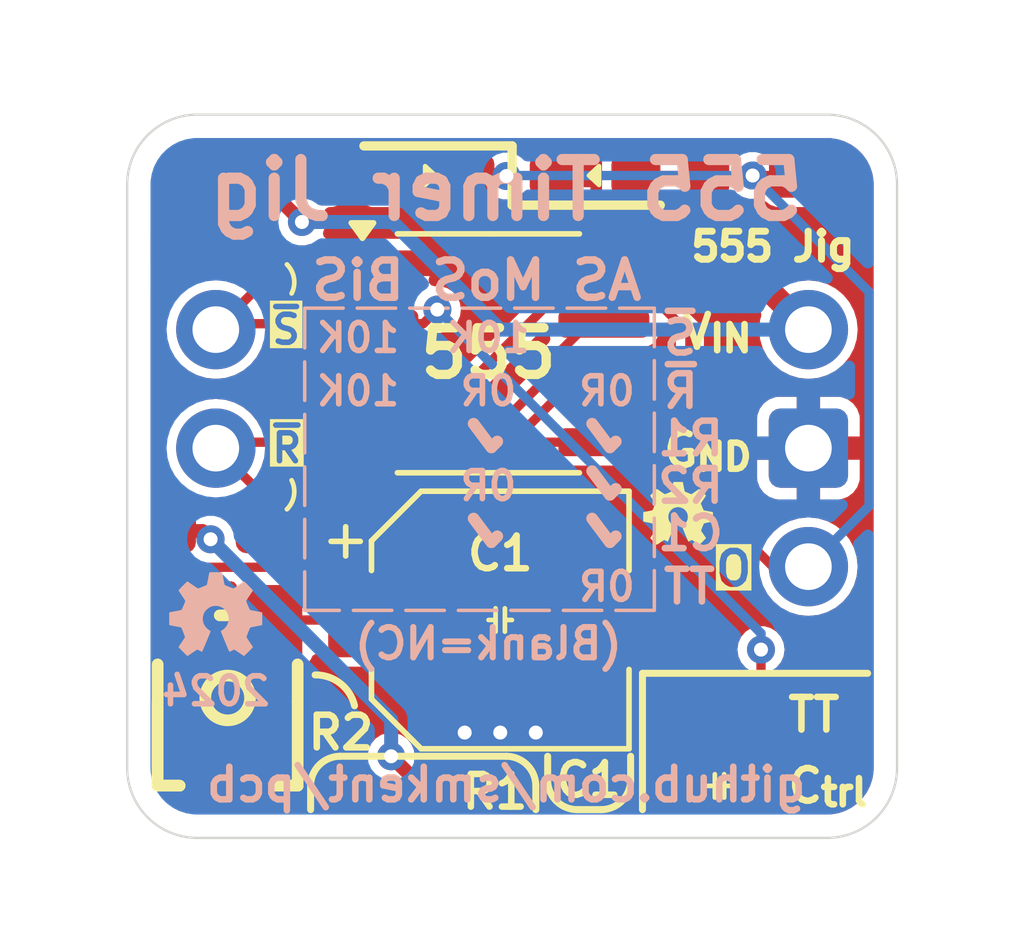
<source format=kicad_pcb>
(kicad_pcb (version 20240108) (generator "pcbnew") (generator_version "8.0")
  (layers (0 "F.Cu" signal) (31 "B.Cu" signal) (34 "B.Paste" user) (35 "F.Paste" user) (36 "B.SilkS" user "B.Silkscreen") (37 "F.SilkS" user "F.Silkscreen") (38 "B.Mask" user) (39 "F.Mask" user) (44 "Edge.Cuts" user))
  (net 0 "")
  (net 1 "Net-(U1-Control)")
  (net 2 "+5V")
  (net 3 "Net-(U1-Threshold)")
  (net 4 "Net-(U1-Discharge)")
  (net 5 "Output")
  (net 6 "~{R}")
  (net 7 "GND")
  (net 8 "~{S}")
  (net 9 "Net-(LED1-A)")
  (net 10 "Net-(LED2-A)")
  (footprint "custom:C_0603_1608Metric_Pad1.08x0.95mm_HandSolder" (layer "F.Cu") (at 135.255 93.599)
    (property "Reference" "C0" (hide yes))
    (property "Value" "0u1")
    (fp_line (start -0.1 -0.25) (end -0.1 0.25) (stroke (width 0.1)) (layer "F.SilkS"))
    (fp_line (start -0.1 0) (end -0.25 0) (stroke (width 0.1)) (layer "F.SilkS"))
    (fp_line (start 0.1 0) (end 0.25 0) (stroke (width 0.1)) (layer "F.SilkS"))
    (fp_line (start 0.1 0.25) (end 0.1 -0.25) (stroke (width 0.1)) (layer "F.SilkS"))
    (pad "1" smd roundrect (at -0.8625 0) (size 1.075 0.95) (layers "F.Cu" "F.Paste" "F.Mask") (net 1 "Net-(U1-Control)"))
    (pad "2" smd roundrect (at 0.8625 0) (size 1.075 0.95) (layers "F.Cu" "F.Paste" "F.Mask") (net 7 "GND"))
  )
  (footprint "custom:R_0603_1608Metric_Pad0.98x0.95mm_HandSolder_simple" (layer "F.Cu") (at 125.73 80.518)
    (property "Reference" "R5" (hide yes))
    (property "Value" "1K")
    (pad "1" smd roundrect (at -0.9125 0) (size 0.975 0.95) (layers "F.Cu" "F.Paste" "F.Mask") (net 2 "+5V"))
    (pad "2" smd roundrect (at 0.9125 0) (size 0.975 0.95) (layers "F.Cu" "F.Paste" "F.Mask") (net 9 "Net-(LED1-A)"))
  )
  (footprint "Package_SO:SOIC-8_3.9x4.9mm_P1.27mm" (layer "F.Cu") (at 130.302 84.328)
    (property "Reference" "U1" (hide yes))
    (property "Value" "NE555")
    (fp_line (start 0 -2.56) (end -1.95 -2.56) (stroke (width 0.12)) (layer "F.SilkS"))
    (fp_line (start 0 -2.56) (end 1.95 -2.56) (stroke (width 0.12)) (layer "F.SilkS"))
    (fp_line (start 0 2.56) (end -1.95 2.56) (stroke (width 0.12)) (layer "F.SilkS"))
    (fp_line (start 0 2.56) (end 1.95 2.56) (stroke (width 0.12)) (layer "F.SilkS"))
    (fp_poly (pts (xy -2.7 -2.465) (xy -2.94 -2.795) (xy -2.46 -2.795) (xy -2.7 -2.465)) (stroke (width 0.12)) (fill solid) (layer "F.SilkS"))
    (pad "1" smd roundrect (at -2.475 -1.905) (size 1.95 0.6) (layers "F.Cu" "F.Paste" "F.Mask") (net 7 "GND"))
    (pad "2" smd roundrect (at -2.475 -0.635) (size 1.95 0.6) (layers "F.Cu" "F.Paste" "F.Mask") (net 8 "~{S}"))
    (pad "3" smd roundrect (at -2.475 0.635) (size 1.95 0.6) (layers "F.Cu" "F.Paste" "F.Mask") (net 5 "Output"))
    (pad "4" smd roundrect (at -2.475 1.905) (size 1.95 0.6) (layers "F.Cu" "F.Paste" "F.Mask") (net 6 "~{R}"))
    (pad "5" smd roundrect (at 2.475 1.905) (size 1.95 0.6) (layers "F.Cu" "F.Paste" "F.Mask") (net 1 "Net-(U1-Control)"))
    (pad "6" smd roundrect (at 2.475 0.635) (size 1.95 0.6) (layers "F.Cu" "F.Paste" "F.Mask") (net 3 "Net-(U1-Threshold)"))
    (pad "7" smd roundrect (at 2.475 -0.635) (size 1.95 0.6) (layers "F.Cu" "F.Paste" "F.Mask") (net 4 "Net-(U1-Discharge)"))
    (pad "8" smd roundrect (at 2.475 -1.905) (size 1.95 0.6) (layers "F.Cu" "F.Paste" "F.Mask") (net 2 "+5V"))
  )
  (footprint "custom:C_Combo_CP_Elec_5x5.4" (layer "F.Cu") (at 130.556 90.043)
    (property "Reference" "C1" (hide yes))
    (property "Value" "1u")
    (fp_line (start -3.625 -1.685) (end -3 -1.685) (stroke (width 0.12)) (layer "F.SilkS"))
    (fp_line (start -3.3125 -1.9975) (end -3.3125 -1.3725) (stroke (width 0.12)) (layer "F.SilkS"))
    (fp_line (start -2.76 -1.695563) (end -2.76 -1.06) (stroke (width 0.12)) (layer "F.SilkS"))
    (fp_line (start -2.76 -1.695563) (end -1.695563 -2.76) (stroke (width 0.12)) (layer "F.SilkS"))
    (fp_line (start -2.76 1.695563) (end -2.76 1.06) (stroke (width 0.12)) (layer "F.SilkS"))
    (fp_line (start -2.76 1.695563) (end -1.695563 2.76) (stroke (width 0.12)) (layer "F.SilkS"))
    (fp_line (start -1.695563 -2.76) (end 2.76 -2.76) (stroke (width 0.12)) (layer "F.SilkS"))
    (fp_line (start -1.695563 2.76) (end 2.76 2.76) (stroke (width 0.12)) (layer "F.SilkS"))
    (fp_line (start -0.1 -0.25) (end -0.1 0.25) (stroke (width 0.1)) (layer "F.SilkS"))
    (fp_line (start -0.1 0) (end -0.25 0) (stroke (width 0.1)) (layer "F.SilkS"))
    (fp_line (start 0.1 0) (end 0.25 0) (stroke (width 0.1)) (layer "F.SilkS"))
    (fp_line (start 0.1 0.25) (end 0.1 -0.25) (stroke (width 0.1)) (layer "F.SilkS"))
    (fp_line (start 2.76 -2.76) (end 2.76 -1.06) (stroke (width 0.12)) (layer "F.SilkS"))
    (fp_line (start 2.76 2.76) (end 2.76 1.06) (stroke (width 0.12)) (layer "F.SilkS"))
    (pad "1" smd roundrect (at -2 0) (size 3.375 1.6) (layers "F.Cu" "F.Paste" "F.Mask") (roundrect_rratio 0.15625) (net 3 "Net-(U1-Threshold)"))
    (pad "2" smd roundrect (at 2 0) (size 3.375 1.6) (layers "F.Cu" "F.Paste" "F.Mask") (roundrect_rratio 0.15625) (net 7 "GND"))
  )
  (footprint "custom:R_0603_1608Metric_Pad0.98x0.95mm_HandSolder_simple" (layer "F.Cu") (at 135.89 80.518 180)
    (property "Reference" "R6" (hide yes))
    (property "Value" "1K")
    (pad "1" smd roundrect (at -0.9125 0 180) (size 0.975 0.95) (layers "F.Cu" "F.Paste" "F.Mask") (net 5 "Output"))
    (pad "2" smd roundrect (at 0.9125 0 180) (size 0.975 0.95) (layers "F.Cu" "F.Paste" "F.Mask") (net 10 "Net-(LED2-A)"))
  )
  (footprint "custom:R_0603_1608Metric_Pad0.98x0.95mm_HandSolder_simple" (layer "F.Cu") (at 124.46 88.138 180)
    (property "Reference" "R0" (hide yes))
    (property "Value" "0R")
    (pad "1" smd roundrect (at -0.9125 0 180) (size 0.975 0.95) (layers "F.Cu" "F.Paste" "F.Mask") (net 6 "~{R}"))
    (pad "2" smd roundrect (at 0.9125 0 180) (size 0.975 0.95) (layers "F.Cu" "F.Paste" "F.Mask") (net 2 "+5V"))
  )
  (footprint "custom:LED_0603_1608Metric_Pad1.05x0.95mm_HandSolder_simple" (layer "F.Cu") (at 129.032 80.518 180)
    (property "Reference" "LED1" (hide yes))
    (property "Value" "LED_Small")
    (fp_poly (pts (xy 0.085166 -0.2) (xy 0.085166 0.2) (xy -0.130834 0)) (stroke (width 0.1)) (fill solid) (layer "F.SilkS"))
    (pad "1" smd roundrect (at -0.875 0 180) (size 1.05 0.95) (layers "F.Cu" "F.Paste" "F.Mask") (net 5 "Output"))
    (pad "2" smd roundrect (at 0.875 0 180) (size 1.05 0.95) (layers "F.Cu" "F.Paste" "F.Mask") (net 9 "Net-(LED1-A)"))
  )
  (footprint "custom:LED_0603_1608Metric_Pad1.05x0.95mm_HandSolder_simple" (layer "F.Cu") (at 132.588 80.518)
    (property "Reference" "LED2" (hide yes))
    (property "Value" "LED_Small")
    (fp_poly (pts (xy 0.085166 -0.2) (xy 0.085166 0.2) (xy -0.130834 0)) (stroke (width 0.1)) (fill solid) (layer "F.SilkS"))
    (pad "1" smd roundrect (at -0.875 0) (size 1.05 0.95) (layers "F.Cu" "F.Paste" "F.Mask") (net 7 "GND"))
    (pad "2" smd roundrect (at 0.875 0) (size 1.05 0.95) (layers "F.Cu" "F.Paste" "F.Mask") (net 10 "Net-(LED2-A)"))
  )
  (footprint "custom:R_0603_1608Metric_Pad0.98x0.95mm_HandSolder_simple" (layer "F.Cu") (at 135.255 92.075 180)
    (property "Reference" "R3" (hide yes))
    (property "Value" "0R")
    (pad "1" smd roundrect (at -0.9125 0 180) (size 0.975 0.95) (layers "F.Cu" "F.Paste" "F.Mask") (net 8 "~{S}"))
    (pad "2" smd roundrect (at 0.9125 0 180) (size 0.975 0.95) (layers "F.Cu" "F.Paste" "F.Mask") (net 3 "Net-(U1-Threshold)"))
  )
  (footprint "custom:R_0603_1608Metric_Pad0.98x0.95mm_HandSolder_simple" (layer "F.Cu") (at 124.46 82.042 180)
    (property "Reference" "R4" (hide yes))
    (property "Value" "0R")
    (pad "1" smd roundrect (at -0.9125 0 180) (size 0.975 0.95) (layers "F.Cu" "F.Paste" "F.Mask") (net 8 "~{S}"))
    (pad "2" smd roundrect (at 0.9125 0 180) (size 0.975 0.95) (layers "F.Cu" "F.Paste" "F.Mask") (net 2 "+5V"))
  )
  (footprint "graphics:oshw-logo-1.5mm" (layer "F.Cu") (at 134.366 87.757)
    (property "Reference" "G***" (hide yes))
    (property "Value" "LOGO" (hide yes))
    (fp_poly (pts (xy 0.012727 -0.672745) (xy 0.031988 -0.67266) (xy 0.050169 -0.672495) (xy 0.066587 -0.672251) (xy 0.080561 -0.671927) (xy 0.091408 -0.671523) (xy 0.098446 -0.671039) (xy 0.100909 -0.670576) (xy 0.102402 -0.667389) (xy 0.104663 -0.659276) (xy 0.107675 -0.646308) (xy 0.111424 -0.628555) (xy 0.115895 -0.60609) (xy 0.121071 -0.578984) (xy 0.122654 -0.570522) (xy 0.127536 -0.544539) (xy 0.131659 -0.523137) (xy 0.135113 -0.505908) (xy 0.13799 -0.492446) (xy 0.140383 -0.482342) (xy 0.142381 -0.475192) (xy 0.144077 -0.470587) (xy 0.145562 -0.468121) (xy 0.145696 -0.467982) (xy 0.149238 -0.465814) (xy 0.156822 -0.462056) (xy 0.167796 -0.457002) (xy 0.181505 -0.450945) (xy 0.197297 -0.444179) (xy 0.214518 -0.436997) (xy 0.216283 -0.436271) (xy 0.236194 -0.42815) (xy 0.251983 -0.421849) (xy 0.264174 -0.417188) (xy 0.273292 -0.413987) (xy 0.279863 -0.412068) (xy 0.284411 -0.41125) (xy 0.287461 -0.411354) (xy 0.288377 -0.411613) (xy 0.291858 -0.413548) (xy 0.29899 -0.418028) (xy 0.309263 -0.424717) (xy 0.322171 -0.433279) (xy 0.337206 -0.443375) (xy 0.353861 -0.45467) (xy 0.371626 -0.466826) (xy 0.371955 -0.467053) (xy 0.389663 -0.479186) (xy 0.406199 -0.490443) (xy 0.421066 -0.500493) (xy 0.43377 -0.509002) (xy 0.443815 -0.515639) (xy 0.450706 -0.520073) (xy 0.453946 -0.521971) (xy 0.453983 -0.521986) (xy 0.455813 -0.52187) (xy 0.458798 -0.520292) (xy 0.463253 -0.516965) (xy 0.469491 -0.511606) (xy 0.477824 -0.503929) (xy 0.488566 -0.493649) (xy 0.50203 -0.48048) (xy 0.518529 -0.464138) (xy 0.529628 -0.453077) (xy 0.547414 -0.435309) (xy 0.561926 -0.420748) (xy 0.573479 -0.409038) (xy 0.582388 -0.39982) (xy 0.588967 -0.392736) (xy 0.593531 -0.387427) (xy 0.596394 -0.383536) (xy 0.597872 -0.380704) (xy 0.598279 -0.378574) (xy 0.59793 -0.376787) (xy 0.597524 -0.375808) (xy 0.595446 -0.372279) (xy 0.590833 -0.365095) (xy 0.584027 -0.354764) (xy 0.575366 -0.341796) (xy 0.565191 -0.326699) (xy 0.55384 -0.309982) (xy 0.541655 -0.292154) (xy 0.541255 -0.29157) (xy 0.527178 -0.270981) (xy 0.515766 -0.254126) (xy 0.506773 -0.240603) (xy 0.499952 -0.230009) (xy 0.495054 -0.221942) (xy 0.491832 -0.215999) (xy 0.49004 -0.211779) (xy 0.489429 -0.208878) (xy 0.489555 -0.207483) (xy 0.490888 -0.203755) (xy 0.493911 -0.196137) (xy 0.498304 -0.185385) (xy 0.503747 -0.172254) (xy 0.509923 -0.157499) (xy 0.516512 -0.141873) (xy 0.523195 -0.126133) (xy 0.529654 -0.111033) (xy 0.53557 -0.097327) (xy 0.540623 -0.085771) (xy 0.544495 -0.077119) (xy 0.54597 -0.073947) (xy 0.551604 -0.0666) (xy 0.558905 -0.06307) (xy 0.563474 -0.061999) (xy 0.572374 -0.060141) (xy 0.584962 -0.057622) (xy 0.600592 -0.054569) (xy 0.61862 -0.051106) (xy 0.638402 -0.047361) (xy 0.654711 -0.044311) (xy 0.675133 -0.040448) (xy 0.694051 -0.036744) (xy 0.71087 -0.033326) (xy 0.724992 -0.030321) (xy 0.735823 -0.027855) (xy 0.742765 -0.026054) (xy 0.745145 -0.025155) (xy 0.746093 -0.021901) (xy 0.746916 -0.014265) (xy 0.747611 -0.002922) (xy 0.748179 0.011453) (xy 0.748616 0.028184) (xy 0.748922 0.046597) (xy 0.749096 0.066016) (xy 0.749136 0.085767) (xy 0.74904 0.105174) (xy 0.748808 0.123562) (xy 0.748437 0.140257) (xy 0.747927 0.154584) (xy 0.747276 0.165866) (xy 0.746483 0.17343) (xy 0.745563 0.176586) (xy 0.74241 0.177649) (xy 0.734861 0.179495) (xy 0.723496 0.182002) (xy 0.708899 0.185048) (xy 0.691651 0.188512) (xy 0.672332 0.192272) (xy 0.652599 0.196007) (xy 0.631739 0.19997) (xy 0.612297 0.203793) (xy 0.594876 0.207347) (xy 0.580074 0.210506) (xy 0.568492 0.213141) (xy 0.560731 0.215125) (xy 0.557467 0.216273) (xy 0.555071 0.219546) (xy 0.55123 0.226834) (xy 0.546229 0.237437) (xy 0.54035 0.250653) (xy 0.533875 0.265779) (xy 0.527088 0.282116) (xy 0.520271 0.29896) (xy 0.513707 0.31561) (xy 0.507679 0.331366) (xy 0.502469 0.345524) (xy 0.498361 0.357384) (xy 0.495636 0.366245) (xy 0.494578 0.371403) (xy 0.494639 0.372162) (xy 0.496395 0.375329) (xy 0.500691 0.382148) (xy 0.507191 0.392108) (xy 0.515556 0.404701) (xy 0.525449 0.419418) (xy 0.536531 0.435748) (xy 0.546945 0.450972) (xy 0.558777 0.468282) (xy 0.569702 0.484412) (xy 0.579383 0.498853) (xy 0.587486 0.5111) (xy 0.593675 0.520647) (xy 0.597614 0.526986) (xy 0.598954 0.529507) (xy 0.598305 0.531757) (xy 0.595463 0.535922) (xy 0.590202 0.542248) (xy 0.582298 0.550978) (xy 0.571526 0.562358) (xy 0.557661 0.576632) (xy 0.540479 0.594047) (xy 0.530932 0.603648) (xy 0.51299 0.621611) (xy 0.498235 0.636261) (xy 0.486323 0.64791) (xy 0.476911 0.656871) (xy 0.469655 0.663455) (xy 0.464211 0.667974) (xy 0.460236 0.67074) (xy 0.457387 0.672064) (xy 0.455333 0.67226) (xy 0.451812 0.670645) (xy 0.444669 0.666474) (xy 0.434428 0.660084) (xy 0.421618 0.651814) (xy 0.406762 0.642002) (xy 0.390388 0.630989) (xy 0.376517 0.621518) (xy 0.354153 0.60628) (xy 0.335316 0.593725) (xy 0.320114 0.583923) (xy 0.308656 0.576941) (xy 0.301051 0.57285) (xy 0.29764 0.571696) (xy 0.293219 0.572863) (xy 0.28535 0.576075) (xy 0.274995 0.580897) (xy 0.263116 0.586893) (xy 0.257748 0.58974) (xy 0.243218 0.597361) (xy 0.232567 0.602454) (xy 0.225394 0.605188) (xy 0.221301 0.605733) (xy 0.220556 0.60546) (xy 0.218878 0.602708) (xy 0.215515 0.595733) (xy 0.210657 0.584999) (xy 0.204496 0.570969) (xy 0.197222 0.554106) (xy 0.189028 0.534873) (xy 0.180103 0.513734) (xy 0.17064 0.491152) (xy 0.160829 0.46759) (xy 0.150861 0.443512) (xy 0.140928 0.41938) (xy 0.131221 0.395658) (xy 0.121931 0.37281) (xy 0.113249 0.351299) (xy 0.105366 0.331587) (xy 0.098473 0.314138) (xy 0.092762 0.299415) (xy 0.088423 0.287883) (xy 0.085648 0.280003) (xy 0.084628 0.276239) (xy 0.084642 0.276044) (xy 0.087623 0.271995) (xy 0.093181 0.26761) (xy 0.094225 0.266975) (xy 0.104901 0.260032) (xy 0.117593 0.250686) (xy 0.130784 0.240152) (xy 0.142954 0.229646) (xy 0.152586 0.220385) (xy 0.153162 0.219776) (xy 0.172204 0.196275) (xy 0.188057 0.170117) (xy 0.199972 0.142629) (xy 0.203822 0.130276) (xy 0.206435 0.117193) (xy 0.208294 0.100836) (xy 0.209326 0.082944) (xy 0.209458 0.065255) (xy 0.208615 0.04951) (xy 0.207573 0.041497) (xy 0.199598 0.010037) (xy 0.187125 -0.019353) (xy 0.170418 -0.046308) (xy 0.149742 -0.070465) (xy 0.125361 -0.091462) (xy 0.098464 -0.108442) (xy 0.070046 -0.120847) (xy 0.040034 -0.128747) (xy 0.009137 -0.13214) (xy -0.021939 -0.131027) (xy -0.052487 -0.125407) (xy -0.081799 -0.115282) (xy -0.095935 -0.108442) (xy -0.123653 -0.090853) (xy -0.147922 -0.069751) (xy -0.168477 -0.0455) (xy -0.185055 -0.018463) (xy -0.19739 0.010997) (xy -0.205044 0.041497) (xy -0.206527 0.055169) (xy -0.20699 0.071859) (xy -0.206507 0.08983) (xy -0.205151 0.107343) (xy -0.202996 0.122657) (xy -0.201294 0.130276) (xy -0.19138 0.157929) (xy -0.177192 0.184845) (xy -0.159481 0.209696) (xy -0.150634 0.219776) (xy -0.141253 0.228895) (xy -0.129221 0.239349) (xy -0.116054 0.249923) (xy -0.103272 0.259401) (xy -0.092392 0.266565) (xy -0.091696 0.266975) (xy -0.0859 0.271233) (xy -0.082349 0.275469) (xy -0.082113 0.276044) (xy -0.082822 0.279077) (xy -0.085318 0.286303) (xy -0.089409 0.297259) (xy -0.094905 0.311482) (xy -0.101614 0.328509) (xy -0.109346 0.347876) (xy -0.117908 0.36912) (xy -0.12711 0.391777) (xy -0.136761 0.415385) (xy -0.146669 0.439481) (xy -0.156644 0.4636) (xy -0.166495 0.48728) (xy -0.176029 0.510058) (xy -0.185057 0.531469) (xy -0.193387 0.551052) (xy -0.200827 0.568342) (xy -0.207187 0.582877) (xy -0.212275 0.594193) (xy -0.215901 0.601826) (xy -0.217873 0.605315) (xy -0.218028 0.60546) (xy -0.221193 0.605602) (xy -0.227304 0.60361) (xy -0.236762 0.599314) (xy -0.249967 0.592547) (xy -0.25522 0.58974) (xy -0.267459 0.583371) (xy -0.278592 0.577988) (xy -0.287654 0.574027) (xy -0.293684 0.571922) (xy -0.295111 0.571696) (xy -0.299244 0.573194) (xy -0.307327 0.577644) (xy -0.31925 0.584975) (xy -0.334905 0.595119) (xy -0.35418 0.608006) (xy -0.373988 0.621518) (xy -0.3912 0.633251) (xy -0.407315 0.644053) (xy -0.421807 0.653586) (xy -0.43415 0.66151) (xy -0.443818 0.667487) (xy -0.450286 0.671179) (xy -0.452804 0.67226) (xy -0.454875 0.672059) (xy -0.457731 0.670726) (xy -0.461715 0.667949) (xy -0.46717 0.663416) (xy -0.474441 0.656816) (xy -0.48387 0.647838) (xy -0.4958 0.636168) (xy -0.510577 0.621495) (xy -0.528403 0.603648) (xy -0.547267 0.584631) (xy -0.562705 0.568871) (xy -0.574942 0.556125) (xy -0.584202 0.546146) (xy -0.590711 0.538691) (xy -0.594692 0.533514) (xy -0.596372 0.53037) (xy -0.596425 0.529507) (xy -0.59474 0.526406) (xy -0.590511 0.519652) (xy -0.584072 0.509752) (xy -0.575761 0.497213) (xy -0.565911 0.48254) (xy -0.554859 0.466241) (xy -0.544416 0.450972) (xy -0.53257 0.433646) (xy -0.521618 0.417489) (xy -0.511897 0.403009) (xy -0.503745 0.390716) (xy -0.497501 0.381118) (xy -0.493502 0.374726) (xy -0.49211 0.372162) (xy -0.49257 0.368346) (xy -0.494788 0.360604) (xy -0.498481 0.349634) (xy -0.503367 0.33614) (xy -0.509162 0.320824) (xy -0.515584 0.304385) (xy -0.52235 0.287527) (xy -0.529178 0.27095) (xy -0.535784 0.255357) (xy -0.541887 0.241448) (xy -0.547202 0.229926) (xy -0.551447 0.221491) (xy -0.554341 0.216847) (xy -0.554939 0.216273) (xy -0.558608 0.21501) (xy -0.566655 0.212977) (xy -0.578481 0.210301) (xy -0.593485 0.207111) (xy -0.611068 0.203533) (xy -0.630627 0.199696) (xy -0.650071 0.196007) (xy -0.670816 0.192078) (xy -0.690044 0.188329) (xy -0.707173 0.184884) (xy -0.721622 0.181862) (xy -0.732808 0.179385) (xy -0.74015 0.177576) (xy -0.743035 0.176586) (xy -0.743969 0.173334) (xy -0.74476 0.1657) (xy -0.745409 0.154359) (xy -0.745916 0.139986) (xy -0.746284 0.123256) (xy -0.746514 0.104844) (xy -0.746608 0.085425) (xy -0.746566 0.065674) (xy -0.74639 0.046267) (xy -0.746081 0.027877) (xy -0.745641 0.011181) (xy -0.745072 -0.003146) (xy -0.744374 -0.014431) (xy -0.743549 -0.021997) (xy -0.742617 -0.025155) (xy -0.739351 -0.026309) (xy -0.731702 -0.028233) (xy -0.720266 -0.0308) (xy -0.70564 -0.033885) (xy -0.68842 -0.03736) (xy -0.669203 -0.0411) (xy -0.652182 -0.044311) (xy -0.631477 -0.048189) (xy -0.61202 -0.051884) (xy -0.594456 -0.055268) (xy -0.579429 -0.058217) (xy -0.567585 -0.060604) (xy -0.559567 -0.062302) (xy -0.556376 -0.06307) (xy -0.548079 -0.067438) (xy -0.543441 -0.073947) (xy -0.540331 -0.080738) (xy -0.535869 -0.090836) (xy -0.530374 -0.103488) (xy -0.524166 -0.117937) (xy -0.517562 -0.13343) (xy -0.510883 -0.149211) (xy -0.504447 -0.164526) (xy -0.498572 -0.178619) (xy -0.493579 -0.190736) (xy -0.489784 -0.200123) (xy -0.487508 -0.206023) (xy -0.487025 -0.207485) (xy -0.486982 -0.209768) (xy -0.487969 -0.213102) (xy -0.490237 -0.217901) (xy -0.494039 -0.224575) (xy -0.499627 -0.233538) (xy -0.507254 -0.2452) (xy -0.517172 -0.259974) (xy -0.529633 -0.278273) (xy -0.536595 -0.288434) (xy -0.551441 -0.310074) (xy -0.563667 -0.327933) (xy -0.573511 -0.342399) (xy -0.581213 -0.353866) (xy -0.587012 -0.362724) (xy -0.591146 -0.369364) (xy -0.593854 -0.374177) (xy -0.595376 -0.377555) (xy -0.595951 -0.379889) (xy -0.595816 -0.38157) (xy -0.595212 -0.382989) (xy -0.594805 -0.383728) (xy -0.592491 -0.386497) (xy -0.586991 -0.392401) (xy -0.578716 -0.40102) (xy -0.568077 -0.411933) (xy -0.555485 -0.424719) (xy -0.541351 -0.438955) (xy -0.526086 -0.454221) (xy -0.524246 -0.456054) (xy -0.506285 -0.473884) (xy -0.491533 -0.488389) (xy -0.479663 -0.499864) (xy -0.47035 -0.508602) (xy -0.463267 -0.514898) (xy -0.458089 -0.519047) (xy -0.454491 -0.521344) (xy -0.452145 -0.522083) (xy -0.451343 -0.521962) (xy -0.448204 -0.520143) (xy -0.441403 -0.515775) (xy -0.431436 -0.509192) (xy -0.418799 -0.500726) (xy -0.40399 -0.49071) (xy -0.387505 -0.479477) (xy -0.36984 -0.467358) (xy -0.369403 -0.467057) (xy -0.351643 -0.454886) (xy -0.33498 -0.443569) (xy -0.319925 -0.433445) (xy -0.306984 -0.424851) (xy -0.296668 -0.418126) (xy -0.289484 -0.413607) (xy -0.285942 -0.411632) (xy -0.285925 -0.411626) (xy -0.283344 -0.41118) (xy -0.279546 -0.411558) (xy -0.274002 -0.412942) (xy -0.266181 -0.415512) (xy -0.255554 -0.419449) (xy -0.241591 -0.424934) (xy -0.223761 -0.432147) (xy -0.213754 -0.436244) (xy -0.196422 -0.443454) (xy -0.180451 -0.450282) (xy -0.166495 -0.456434) (xy -0.155208 -0.461616) (xy -0.147245 -0.465533) (xy -0.14326 -0.46789) (xy -0.143107 -0.468027) (xy -0.141636 -0.470277) (xy -0.139983 -0.47453) (xy -0.138057 -0.481202) (xy -0.135763 -0.490707) (xy -0.133009 -0.503461) (xy -0.129701 -0.519879) (xy -0.125746 -0.540376) (xy -0.121051 -0.565368) (xy -0.120084 -0.57057) (xy -0.114674 -0.599271) (xy -0.10999 -0.623194) (xy -0.10604 -0.642296) (xy -0.102834 -0.656534) (xy -0.10038 -0.665868) (xy -0.098688 -0.670254) (xy -0.098399 -0.670564) (xy -0.095052 -0.671115) (xy -0.087327 -0.671586) (xy -0.075909 -0.671978) (xy -0.061478 -0.67229) (xy -0.044717 -0.672523) (xy -0.026307 -0.672677) (xy -0.006932 -0.672751)) (fill solid) (layer "F.SilkS"))
  )
  (footprint "lcsc:RES-ADJ-SMD_VG039NCH" (layer "F.Cu") (at 124.714 91.694 90)
    (property "Reference" "RV1" (hide yes))
    (property "Value" "500K")
    (fp_line (start -0.1 -1.5) (end -1.9 -1.5) (stroke (width 0.25)) (layer "F.SilkS"))
    (fp_line (start -1.9 -1.5) (end 0.7 -1.5) (stroke (width 0.25)) (layer "F.SilkS"))
    (fp_line (start -1.9 -1.03) (end -1.9 -1.5) (stroke (width 0.25)) (layer "F.SilkS"))
    (fp_line (start -1.9 -1.03) (end -1.9 -1.5) (stroke (width 0.25)) (layer "F.SilkS"))
    (fp_line (start -1.9 -1.03) (end -1.9 -1.5) (stroke (width 0.25)) (layer "F.SilkS"))
    (fp_line (start 1.75 0.17) (end 1.75 -0.17) (stroke (width 0.25)) (layer "F.SilkS"))
    (fp_line (start -0.1 1.5) (end 0.7 1.5) (stroke (width 0.25)) (layer "F.SilkS"))
    (fp_line (start -0.1 1.5) (end -1.9 1.5) (stroke (width 0.25)) (layer "F.SilkS"))
    (fp_line (start -1.9 1.5) (end -1.9 1.03) (stroke (width 0.25)) (layer "F.SilkS"))
    (fp_line (start -1.9 1.5) (end -1.9 1.03) (stroke (width 0.25)) (layer "F.SilkS"))
    (fp_line (start -1.9 1.5) (end -1.9 1.03) (stroke (width 0.25)) (layer "F.SilkS"))
    (fp_circle (center -0.02 0) (end 0.46 0) (stroke (width 0.25)) (fill none) (layer "F.SilkS"))
    (pad "1" smd rect (at 1.65 1 180) (size 1.2 1.5) (layers "F.Cu" "F.Paste" "F.Mask") (net 3 "Net-(U1-Threshold)"))
    (pad "2" smd rect (at -1.65 0 180) (size 1.6 1.6) (layers "F.Cu" "F.Paste" "F.Mask"))
    (pad "3" smd rect (at 1.65 -1 180) (size 1.2 1.5) (layers "F.Cu" "F.Paste" "F.Mask") (net 4 "Net-(U1-Discharge)"))
  )
  (footprint "custom:R_0603_1608Metric_Pad0.98x0.95mm_HandSolder_simple" (layer "F.Cu") (at 128.143 93.726 180)
    (property "Reference" "R1" (hide yes))
    (property "Value" "10K")
    (pad "1" smd roundrect (at -0.9125 0 180) (size 0.975 0.95) (layers "F.Cu" "F.Paste" "F.Mask") (net 2 "+5V"))
    (pad "2" smd roundrect (at 0.9125 0 180) (size 0.975 0.95) (layers "F.Cu" "F.Paste" "F.Mask") (net 4 "Net-(U1-Discharge)"))
  )
  (footprint "graphics:oshw-logo-2mm" (layer "B.Cu") (at 124.46 89.916 180)
    (property "Reference" "G***" (hide yes))
    (property "Value" "LOGO" (hide yes))
    (fp_poly (pts (xy 0.035147 0.897134) (xy 0.062499 0.897079) (xy 0.084377 0.89695) (xy 0.101417 0.896716) (xy 0.114257 0.896347) (xy 0.123531 0.895813) (xy 0.129877 0.895083) (xy 0.13393 0.894127) (xy 0.136326 0.892914) (xy 0.137701 0.891413) (xy 0.138172 0.890606) (xy 0.139558 0.88591) (xy 0.142 0.875344) (xy 0.145342 0.859675) (xy 0.149427 0.839669) (xy 0.1541 0.816092) (xy 0.159205 0.789711) (xy 0.164586 0.761292) (xy 0.165474 0.756541) (xy 0.170895 0.727967) (xy 0.176103 0.701401) (xy 0.180939 0.677592) (xy 0.185242 0.657291) (xy 0.188853 0.641248) (xy 0.191613 0.630212) (xy 0.193362 0.624933) (xy 0.193552 0.624657) (xy 0.198025 0.621987) (xy 0.20779 0.617295) (xy 0.221845 0.610991) (xy 0.23919 0.603486) (xy 0.258825 0.595188) (xy 0.279749 0.586509) (xy 0.300961 0.577859) (xy 0.321461 0.569647) (xy 0.340249 0.562283) (xy 0.356323 0.556178) (xy 0.368683 0.551741) (xy 0.376329 0.549383) (xy 0.377895 0.549111) (xy 0.382685 0.55057) (xy 0.391689 0.555258) (xy 0.40513 0.563315) (xy 0.423228 0.574881) (xy 0.446204 0.590097) (xy 0.474279 0.6091) (xy 0.490587 0.620263) (xy 0.518839 0.639664) (xy 0.54206 0.655583) (xy 0.56078 0.668353) (xy 0.575533 0.678305) (xy 0.58685 0.68577) (xy 0.595263 0.691081) (xy 0.601305 0.69457) (xy 0.605507 0.696567) (xy 0.608403 0.697404) (xy 0.610524 0.697414) (xy 0.612401 0.696928) (xy 0.613184 0.696676) (xy 0.617494 0.69369) (xy 0.625708 0.686528) (xy 0.637191 0.675835) (xy 0.651309 0.662255) (xy 0.667428 0.646434) (xy 0.684914 0.629019) (xy 0.703134 0.610652) (xy 0.721453 0.591982) (xy 0.739237 0.573652) (xy 0.755853 0.556308) (xy 0.770666 0.540595) (xy 0.783042 0.527159) (xy 0.792347 0.516645) (xy 0.797948 0.509699) (xy 0.799336 0.507184) (xy 0.797481 0.502935) (xy 0.792194 0.4938) (xy 0.783895 0.480433) (xy 0.773006 0.463487) (xy 0.759945 0.443614) (xy 0.745134 0.421467) (xy 0.728992 0.397699) (xy 0.726823 0.394531) (xy 0.705053 0.362534) (xy 0.687104 0.335641) (xy 0.673018 0.313913) (xy 0.662832 0.297411) (xy 0.656585 0.286199) (xy 0.654318 0.280337) (xy 0.654309 0.28014) (xy 0.65564 0.274168) (xy 0.659353 0.263193) (xy 0.665028 0.248184) (xy 0.672248 0.230108) (xy 0.680593 0.209932) (xy 0.689644 0.188622) (xy 0.698983 0.167148) (xy 0.70819 0.146475) (xy 0.716846 0.127572) (xy 0.724533 0.111405) (xy 0.730831 0.098942) (xy 0.735322 0.09115) (xy 0.73707 0.08905) (xy 0.741894 0.087396) (xy 0.75256 0.084724) (xy 0.76827 0.081203) (xy 0.788224 0.077) (xy 0.811625 0.072285) (xy 0.837675 0.067225) (xy 0.863547 0.062364) (xy 0.891372 0.057171) (xy 0.917324 0.052235) (xy 0.940599 0.047716) (xy 0.960394 0.043773) (xy 0.975904 0.040568) (xy 0.986325 0.03826) (xy 0.990739 0.037061) (xy 0.998327 0.033872) (xy 0.998327 -0.100748) (xy 0.998311 -0.134525) (xy 0.998242 -0.162179) (xy 0.998096 -0.184334) (xy 0.997844 -0.201614) (xy 0.99746 -0.214641) (xy 0.996917 -0.224039) (xy 0.996189 -0.23043) (xy 0.995248 -0.234438) (xy 0.994068 -0.236687) (xy 0.992622 -0.237799) (xy 0.992425 -0.237888) (xy 0.987845 -0.239072) (xy 0.977416 -0.241331) (xy 0.96192 -0.244508) (xy 0.94214 -0.248448) (xy 0.918859 -0.252994) (xy 0.892859 -0.257991) (xy 0.865302 -0.263212) (xy 0.831538 -0.269632) (xy 0.803927 -0.275045) (xy 0.781972 -0.279563) (xy 0.765175 -0.2833) (xy 0.753037 -0.286369) (xy 0.745061 -0.288884) (xy 0.740748 -0.290958) (xy 0.739875 -0.291771) (xy 0.737594 -0.29627) (xy 0.733178 -0.306212) (xy 0.726977 -0.320765) (xy 0.719338 -0.339101) (xy 0.710609 -0.360388) (xy 0.701139 -0.383797) (xy 0.697987 -0.391656) (xy 0.685583 -0.423023) (xy 0.67586 -0.448474) (xy 0.668734 -0.468246) (xy 0.664122 -0.482578) (xy 0.661942 -0.491707) (xy 0.661796 -0.495005) (xy 0.664012 -0.499864) (xy 0.669647 -0.509552) (xy 0.67825 -0.52337) (xy 0.689373 -0.540621) (xy 0.702566 -0.560606) (xy 0.71738 -0.582627) (xy 0.731311 -0.603007) (xy 0.747082 -0.626068) (xy 0.761559 -0.647546) (xy 0.774308 -0.666771) (xy 0.784894 -0.683074) (xy 0.79288 -0.695785) (xy 0.797833 -0.704236) (xy 0.799336 -0.707641) (xy 0.797018 -0.711245) (xy 0.790406 -0.719034) (xy 0.780017 -0.730461) (xy 0.766364 -0.744981) (xy 0.749963 -0.762046) (xy 0.73133 -0.781112) (xy 0.71098 -0.801632) (xy 0.705485 -0.807123) (xy 0.681068 -0.831411) (xy 0.660937 -0.851253) (xy 0.644668 -0.867034) (xy 0.631839 -0.879138) (xy 0.622027 -0.887951) (xy 0.614809 -0.893856) (xy 0.609763 -0.897238) (xy 0.606464 -0.898482) (xy 0.605147 -0.898362) (xy 0.60092 -0.895943) (xy 0.591826 -0.890146) (xy 0.57855 -0.881426) (xy 0.561775 -0.870238) (xy 0.542185 -0.857039) (xy 0.520464 -0.842283) (xy 0.501191 -0.829102) (xy 0.478239 -0.813481) (xy 0.456839 -0.799155) (xy 0.437673 -0.786562) (xy 0.421422 -0.77614) (xy 0.408768 -0.768328) (xy 0.400392 -0.763563) (xy 0.397157 -0.762236) (xy 0.391965 -0.763773) (xy 0.382101 -0.768001) (xy 0.368794 -0.774348) (xy 0.353275 -0.782239) (xy 0.346225 -0.785966) (xy 0.330183 -0.794271) (xy 0.315855 -0.801173) (xy 0.304458 -0.806126) (xy 0.297206 -0.808582) (xy 0.295646 -0.808732) (xy 0.293817 -0.807182) (xy 0.290944 -0.802722) (xy 0.286875 -0.795004) (xy 0.281454 -0.783679) (xy 0.27453 -0.768401) (xy 0.265949 -0.748821) (xy 0.255558 -0.724591) (xy 0.243203 -0.695364) (xy 0.228732 -0.660791) (xy 0.21199 -0.620525) (xy 0.200366 -0.592458) (xy 0.185428 -0.556254) (xy 0.171276 -0.521775) (xy 0.158119 -0.489543) (xy 0.146166 -0.460079) (xy 0.135628 -0.433904) (xy 0.126713 -0.411542) (xy 0.119632 -0.393513) (xy 0.114593 -0.38034) (xy 0.111806 -0.372543) (xy 0.1113 -0.370627) (xy 0.114245 -0.364463) (xy 0.122283 -0.357166) (xy 0.125634 -0.35487) (xy 0.13523 -0.348432) (xy 0.147857 -0.339617) (xy 0.161141 -0.330088) (xy 0.164221 -0.327838) (xy 0.196991 -0.299784) (xy 0.224533 -0.267889) (xy 0.246668 -0.232786) (xy 0.263217 -0.195109) (xy 0.274 -0.155489) (xy 0.278838 -0.114559) (xy 0.277552 -0.072952) (xy 0.269963 -0.031302) (xy 0.258244 0.004106) (xy 0.247688 0.027236) (xy 0.235284 0.048074) (xy 0.21979 0.068414) (xy 0.199964 0.090048) (xy 0.195619 0.094438) (xy 0.16573 0.121011) (xy 0.134599 0.141761) (xy 0.100693 0.1576) (xy 0.075887 0.165857) (xy 0.051774 0.170877) (xy 0.023626 0.173652) (xy -0.006234 0.174182) (xy -0.03548 0.172466) (xy -0.061786 0.168505) (xy -0.072513 0.165857) (xy -0.112247 0.151043) (xy -0.14894 0.130662) (xy -0.182046 0.105298) (xy -0.211016 0.075535) (xy -0.235304 0.041958) (xy -0.254362 0.005152) (xy -0.267643 -0.034299) (xy -0.270165 -0.045315) (xy -0.275575 -0.087694) (xy -0.274502 -0.129734) (xy -0.267202 -0.170773) (xy -0.253929 -0.210153) (xy -0.234938 -0.247214) (xy -0.210485 -0.281298) (xy -0.180825 -0.311745) (xy -0.160847 -0.327838) (xy -0.147762 -0.337289) (xy -0.134756 -0.346432) (xy -0.1242 -0.353605) (xy -0.122261 -0.35487) (xy -0.112882 -0.362253) (xy -0.108225 -0.36891) (xy -0.107927 -0.370627) (xy -0.109189 -0.374771) (xy -0.112834 -0.384621) (xy -0.118654 -0.399653) (xy -0.126439 -0.419348) (xy -0.13598 -0.443183) (xy -0.147066 -0.470637) (xy -0.15949 -0.501187) (xy -0.17304 -0.534313) (xy -0.187508 -0.569492) (xy -0.196993 -0.592458) (xy -0.215223 -0.636441) (xy -0.231089 -0.674513) (xy -0.244742 -0.707024) (xy -0.256336 -0.734321) (xy -0.266025 -0.756752) (xy -0.273961 -0.774665) (xy -0.280299 -0.788407) (xy -0.28519 -0.798327) (xy -0.28879 -0.804773) (xy -0.291249 -0.808092) (xy -0.292272 -0.808732) (xy -0.297326 -0.807541) (xy -0.307058 -0.803614) (xy -0.320252 -0.797498) (xy -0.335693 -0.78974) (xy -0.342852 -0.785966) (xy -0.358944 -0.777586) (xy -0.373353 -0.770505) (xy -0.384849 -0.765295) (xy -0.392202 -0.76253) (xy -0.393783 -0.762236) (xy -0.39802 -0.76409) (xy -0.407111 -0.769362) (xy -0.420374 -0.777612) (xy -0.437127 -0.788403) (xy -0.456688 -0.801296) (xy -0.478376 -0.815854) (xy -0.497817 -0.829102) (xy -0.520795 -0.844808) (xy -0.542211 -0.859338) (xy -0.561384 -0.872236) (xy -0.577628 -0.883048) (xy -0.590261 -0.891316) (xy -0.598598 -0.896587) (xy -0.601773 -0.898362) (xy -0.604225 -0.898217) (xy -0.608171 -0.896165) (xy -0.614034 -0.891822) (xy -0.622237 -0.884802) (xy -0.633203 -0.874721) (xy -0.647355 -0.861194) (xy -0.665116 -0.843838) (xy -0.686908 -0.822266) (xy -0.702112 -0.807123) (xy -0.722824 -0.786316) (xy -0.741951 -0.76682) (xy -0.75898 -0.749184) (xy -0.773395 -0.733951) (xy -0.784681 -0.72167) (xy -0.792322 -0.712885) (xy -0.795803 -0.708144) (xy -0.795963 -0.707641) (xy -0.794105 -0.703588) (xy -0.788823 -0.694672) (xy -0.780551 -0.681563) (xy -0.769725 -0.664931) (xy -0.756779 -0.645445) (xy -0.74215 -0.623774) (xy -0.727938 -0.603007) (xy -0.712075 -0.579777) (xy -0.69744 -0.557973) (xy -0.684482 -0.538293) (xy -0.67365 -0.521434) (xy -0.665394 -0.508096) (xy -0.660164 -0.498975) (xy -0.658422 -0.495005) (xy -0.659038 -0.489192) (xy -0.66203 -0.478333) (xy -0.667481 -0.46219) (xy -0.675474 -0.440527) (xy -0.686093 -0.413105) (xy -0.694613 -0.391656) (xy -0.704248 -0.367739) (xy -0.713254 -0.345678) (xy -0.721282 -0.3263) (xy -0.727985 -0.310437) (xy -0.733014 -0.298919) (xy -0.73602 -0.292576) (xy -0.736501 -0.291771) (xy -0.73934 -0.289857) (xy -0.745621 -0.287553) (xy -0.75584 -0.284745) (xy -0.770497 -0.28132) (xy -0.79009 -0.277164) (xy -0.815116 -0.272165) (xy -0.846073 -0.266208) (xy -0.861929 -0.263212) (xy -0.889844 -0.257923) (xy -0.915813 -0.252931) (xy -0.939053 -0.248391) (xy -0.958782 -0.244461) (xy -0.974216 -0.241295) (xy -0.984572 -0.239049) (xy -0.989052 -0.237888) (xy -0.990532 -0.236873) (xy -0.991743 -0.234797) (xy -0.992712 -0.231038) (xy -0.993465 -0.224973) (xy -0.994029 -0.215979) (xy -0.994431 -0.203431) (xy -0.994697 -0.186708) (xy -0.994855 -0.165185) (xy -0.994932 -0.13824) (xy -0.994954 -0.105249) (xy -0.994954 -0.100748) (xy -0.994954 0.033872) (xy -0.987365 0.037061) (xy -0.982373 0.038396) (xy -0.971547 0.040777) (xy -0.955693 0.044042) (xy -0.935613 0.048032) (xy -0.912112 0.052588) (xy -0.885994 0.057548) (xy -0.860174 0.062364) (xy -0.83238 0.067592) (xy -0.806492 0.072633) (xy -0.78331 0.077318) (xy -0.763631 0.081477) (xy -0.748253 0.084944) (xy -0.737976 0.087549) (xy -0.733697 0.08905) (xy -0.730602 0.093295) (xy -0.725428 0.102839) (xy -0.718594 0.116714) (xy -0.710519 0.133953) (xy -0.701622 0.153589) (xy -0.692321 0.174654) (xy -0.683035 0.19618) (xy -0.674185 0.217202) (xy -0.666187 0.23675) (xy -0.659462 0.253859) (xy -0.654429 0.26756) (xy -0.651506 0.276886) (xy -0.650936 0.28014) (xy -0.652939 0.285647) (xy -0.658925 0.296509) (xy -0.668852 0.312663) (xy -0.682683 0.334049) (xy -0.700378 0.360603) (xy -0.721897 0.392266) (xy -0.723449 0.394531) (xy -0.739733 0.418462) (xy -0.75474 0.440856) (xy -0.768052 0.461061) (xy -0.779246 0.478423) (xy -0.787905 0.492291) (xy -0.793606 0.502012) (xy -0.795931 0.506932) (xy -0.795963 0.507184) (xy -0.793655 0.510937) (xy -0.787152 0.518755) (xy -0.77709 0.529992) (xy -0.764102 0.544005) (xy -0.748822 0.560147) (xy -0.731884 0.577773) (xy -0.713921 0.596238) (xy -0.695569 0.614896) (xy -0.677461 0.633102) (xy -0.660231 0.65021) (xy -0.644513 0.665576) (xy -0.63094 0.678554) (xy -0.620148 0.688498) (xy -0.61277 0.694763) (xy -0.60981 0.696676) (xy -0.607834 0.697259) (xy -0.605785 0.697445) (xy -0.603129 0.696901) (xy -0.599336 0.695296) (xy -0.593872 0.692299) (xy -0.586206 0.687577) (xy -0.575805 0.6808) (xy -0.562137 0.671635) (xy -0.544669 0.659751) (xy -0.52287 0.644816) (xy -0.496207 0.626499) (xy -0.486844 0.620064) (xy -0.456118 0.599084) (xy -0.430605 0.581969) (xy -0.410088 0.568582) (xy -0.394348 0.558785) (xy -0.38317 0.552442) (xy -0.376336 0.549415) (xy -0.374524 0.549101) (xy -0.369147 0.55046) (xy -0.358632 0.554071) (xy -0.34398 0.559524) (xy -0.326194 0.566408) (xy -0.306277 0.574313) (xy -0.285229 0.582829) (xy -0.264054 0.591545) (xy -0.243753 0.600051) (xy -0.225329 0.607936) (xy -0.209784 0.614789) (xy -0.19812 0.620201) (xy -0.191339 0.623761) (xy -0.190208 0.624585) (xy -0.188628 0.628798) (xy -0.186013 0.638899) (xy -0.182524 0.654138) (xy -0.178321 0.673763) (xy -0.173564 0.697025) (xy -0.168413 0.723171) (xy -0.163028 0.751452) (xy -0.162088 0.756484) (xy -0.156692 0.785159) (xy -0.151543 0.811923) (xy -0.146798 0.836008) (xy -0.142612 0.856647) (xy -0.139143 0.873074) (xy -0.136544 0.884522) (xy -0.134974 0.890222) (xy -0.134828 0.89055) (xy -0.133716 0.892209) (xy -0.131904 0.893564) (xy -0.128755 0.894645) (xy -0.123634 0.895484) (xy -0.115903 0.896111) (xy -0.104928 0.896557) (xy -0.090071 0.896852) (xy -0.070695 0.897028) (xy -0.046165 0.897115) (xy -0.015844 0.897143) (xy 0.001687 0.897145)) (fill solid) (layer "B.SilkS"))
  )
  (footprint "custom:PinHeader_1x03_P2.54mm_Vertical_simple_pad2gnd" (layer "B.Cu") (at 137.16 83.82 180)
    (property "Reference" "J1" (hide yes))
    (property "Value" "Pin headers")
    (pad "1" thru_hole circle (at 0 0 180) (size 1.7 1.7) (drill 1) (layers "*.Cu" "*.Mask") (net 2 "+5V"))
    (pad "2" thru_hole roundrect (at 0 -2.54 180) (size 1.7 1.7) (drill 1) (layers "*.Cu" "*.Mask") (roundrect_rratio 0.1470588235) (net 7 "GND"))
    (pad "3" thru_hole oval (at 0 -5.08 180) (size 1.7 1.7) (drill 1) (layers "*.Cu" "*.Mask") (net 5 "Output"))
  )
  (footprint "custom:PinHeader_1x02_P2.54mm_Vertical_simple" (layer "B.Cu") (at 124.46 83.82 180)
    (property "Reference" "J2" (hide yes))
    (property "Value" "Pin headers")
    (pad "1" thru_hole oval (at 0 0 180) (size 1.7 1.7) (drill 1) (layers "*.Cu" "*.Mask") (net 8 "~{S}"))
    (pad "2" thru_hole oval (at 0 -2.54 180) (size 1.7 1.7) (drill 1) (layers "*.Cu" "*.Mask") (net 6 "~{R}"))
  )
  (gr_line (start 133.0325 88.2495) (end 132.9055 88.3765) (stroke (width 0.25)) (layer "B.SilkS"))
  (gr_line (start 132.9055 88.3765) (end 132.5245 87.8685) (stroke (width 0.25)) (layer "B.SilkS"))
  (gr_line (start 130.4925 86.2175) (end 130.3655 86.3445) (stroke (width 0.25)) (layer "B.SilkS"))
  (gr_line (start 132.9055 86.3445) (end 132.5245 85.8365) (stroke (width 0.25)) (layer "B.SilkS"))
  (gr_line (start 133.0325 87.2335) (end 132.9055 87.3605) (stroke (width 0.25)) (layer "B.SilkS"))
  (gr_line (start 133.0325 86.2175) (end 132.9055 86.3445) (stroke (width 0.25)) (layer "B.SilkS"))
  (gr_line (start 130.3655 88.3765) (end 129.9845 87.8685) (stroke (width 0.25)) (layer "B.SilkS"))
  (gr_rect (start 126.365 83.36) (end 133.858 89.837) (stroke (width 0.075) (type dash)) (fill none) (layer "B.SilkS"))
  (gr_line (start 130.4925 88.2495) (end 130.3655 88.3765) (stroke (width 0.25)) (layer "B.SilkS"))
  (gr_line (start 132.9055 87.3605) (end 132.5245 86.8525) (stroke (width 0.25)) (layer "B.SilkS"))
  (gr_line (start 130.3655 86.3445) (end 129.9845 85.8365) (stroke (width 0.25)) (layer "B.SilkS"))
  (gr_line (start 126.492 93.599) (end 126.492 94.107) (stroke (width 0.15)) (layer "F.SilkS"))
  (gr_arc (start 126.588803 91.22098) (mid 127.127 91.401788) (end 127.432934 91.880068) (stroke (width 0.15)) (layer "F.SilkS"))
  (gr_line (start 131.318 93.599) (end 131.318 94.107) (stroke (width 0.15)) (layer "F.SilkS"))
  (gr_line (start 133.35 93.472) (end 133.35 92.964) (stroke (width 0.15)) (layer "F.SilkS"))
  (gr_line (start 133.604 91.186) (end 138.43 91.186) (stroke (width 0.15)) (layer "F.SilkS"))
  (gr_line (start 127.635 79.883) (end 130.81 79.883) (stroke (width 0.2)) (layer "F.SilkS"))
  (gr_line (start 130.81 81.153) (end 130.81 79.883) (stroke (width 0.2)) (layer "F.SilkS"))
  (gr_line (start 132.715 94.107) (end 132.207 94.107) (stroke (width 0.15)) (layer "F.SilkS"))
  (gr_arc (start 126.492 93.599) (mid 126.677987 93.149987) (end 127.127 92.964) (stroke (width 0.15)) (layer "F.SilkS"))
  (gr_arc (start 133.35 93.472) (mid 133.164013 93.921013) (end 132.715 94.107) (stroke (width 0.15)) (layer "F.SilkS"))
  (gr_arc (start 132.207 94.107) (mid 131.757987 93.921013) (end 131.572 93.472) (stroke (width 0.15)) (layer "F.SilkS"))
  (gr_line (start 133.604 94.107) (end 133.604 91.186) (stroke (width 0.15)) (layer "F.SilkS"))
  (gr_line (start 130.81 81.153) (end 133.985 81.153) (stroke (width 0.2)) (layer "F.SilkS"))
  (gr_line (start 130.683 92.964) (end 127.127 92.964) (stroke (width 0.15)) (layer "F.SilkS"))
  (gr_arc (start 130.683 92.964) (mid 131.132013 93.149987) (end 131.318 93.599) (stroke (width 0.15)) (layer "F.SilkS"))
  (gr_arc (start 126.084931 87.048726) (mid 126.134858 87.376) (end 125.984 87.670691) (stroke (width 0.1)) (layer "F.SilkS"))
  (gr_arc (start 125.984 82.423) (mid 126.134858 82.717691) (end 126.084931 83.044965) (stroke (width 0.1)) (layer "F.SilkS"))
  (gr_line (start 131.572 93.472) (end 131.572 92.964) (stroke (width 0.15)) (layer "F.SilkS"))
  (gr_poly (pts (arc (start 137.56 94.713) (mid 138.62066 94.27366) (end 139.06 93.213)) (arc (start 139.06 80.713) (mid 138.62066 79.65234) (end 137.56 79.213)) (arc (start 124.06 79.213) (mid 122.99934 79.65234) (end 122.56 80.713)) (arc (start 122.56 93.213) (mid 122.99934 94.27366) (end 124.06 94.713))) (stroke (width 0.05)) (fill none) (layer "Edge.Cuts"))
  (gr_text "0R" (at 130.302 85.138 0) (layer "B.SilkS") (effects (font (size 0.6 0.6) (thickness 0.12) (bold yes)) (justify mirror)))
  (gr_text "10K" (at 127.508 85.138 0) (layer "B.SilkS") (effects (font (size 0.6 0.6) (thickness 0.12) (bold yes)) (justify mirror)))
  (gr_text "0R" (at 132.842 89.329 0) (layer "B.SilkS") (effects (font (size 0.6 0.6) (thickness 0.12) (bold yes)) (justify mirror)))
  (gr_text "R2" (at 133.858 87.17 0) (layer "B.SilkS") (effects (font (size 0.7 0.7) (thickness 0.14) (bold yes)) (justify right mirror)))
  (gr_text "10K" (at 130.302 83.995 0) (layer "B.SilkS") (effects (font (size 0.6 0.6) (thickness 0.12) (bold yes)) (justify mirror)))
  (gr_text "2024" (at 124.46 91.567 0) (layer "B.SilkS") (effects (font (size 0.6 0.6) (thickness 0.12) (bold yes)) (justify mirror)))
  (gr_text "0R" (at 132.842 85.138 0) (layer "B.SilkS") (effects (font (size 0.6 0.6) (thickness 0.12) (bold yes)) (justify mirror)))
  (gr_text "0R" (at 130.302 87.17 0) (layer "B.SilkS") (effects (font (size 0.6 0.6) (thickness 0.12) (bold yes)) (justify mirror)))
  (gr_text "github.com/smkent/pcb" (at 130.683 93.98 0) (layer "B.SilkS") (effects (font (size 0.7 0.7) (thickness 0.14) (bold yes)) (justify bottom mirror)))
  (gr_text "MoS" (at 130.302 83.233 0) (layer "B.SilkS") (effects (font (size 0.8 0.8) (thickness 0.16) (bold yes)) (justify bottom mirror)))
  (gr_text "~{S}" (at 133.985 83.995 0) (layer "B.SilkS") (effects (font (size 0.7 0.7) (thickness 0.14) (bold yes)) (justify right mirror)))
  (gr_text "TT" (at 133.985 89.329 0) (layer "B.SilkS") (effects (font (size 0.7 0.7) (thickness 0.14) (bold yes)) (justify right mirror)))
  (gr_text "AS" (at 132.842 83.233 0) (layer "B.SilkS") (effects (font (size 0.8 0.8) (thickness 0.16) (bold yes)) (justify bottom mirror)))
  (gr_text "(Blank=NC)" (at 130.302 90.17 0) (layer "B.SilkS") (effects (font (size 0.65 0.65) (thickness 0.13) (bold yes)) (justify top mirror)))
  (gr_text "555 Timer Jig" (at 130.683 81.534 0) (layer "B.SilkS") (effects (font (size 1.2 1.2) (thickness 0.24) (bold yes)) (justify bottom mirror)))
  (gr_text "BiS" (at 127.508 83.233 0) (layer "B.SilkS") (effects (font (size 0.8 0.8) (thickness 0.16) (bold yes)) (justify bottom mirror)))
  (gr_text "R1" (at 133.858 86.154 0) (layer "B.SilkS") (effects (font (size 0.7 0.7) (thickness 0.14) (bold yes)) (justify right mirror)))
  (gr_text "C1" (at 133.858 88.186 0) (layer "B.SilkS") (effects (font (size 0.7 0.7) (thickness 0.14) (bold yes)) (justify right mirror)))
  (gr_text "10K" (at 127.508 83.995 0) (layer "B.SilkS") (effects (font (size 0.6 0.6) (thickness 0.12) (bold yes)) (justify mirror)))
  (gr_text "~{R}" (at 133.985 85.138 0) (layer "B.SilkS") (effects (font (size 0.7 0.7) (thickness 0.14) (bold yes)) (justify right mirror)))
  (gr_text "C1" (at 133.223 93.472 0) (layer "F.SilkS") (effects (font (size 0.7 0.7) (thickness 0.14) (bold yes)) (justify right)))
  (gr_text "C_{trl}" (at 136.652 93.599 0) (layer "F.SilkS") (effects (font (size 0.7 0.7) (thickness 0.14) (bold yes)) (justify left)))
  (gr_text "555 Jig" (at 136.398 82.042 0) (layer "F.SilkS") (effects (font (size 0.6 0.6) (thickness 0.2) (bold yes))))
  (gr_text "R2" (at 126.365 92.456 0) (layer "F.SilkS") (effects (font (size 0.7 0.7) (thickness 0.14) (bold yes)) (justify left)))
  (gr_text "G_{ND}" (at 136.017 86.408 0) (layer "F.SilkS") (effects (font (size 0.7 0.7) (thickness 0.14) (bold yes)) (justify right)))
  (gr_text "TT" (at 136.652 92.075 0) (layer "F.SilkS") (effects (font (size 0.7 0.7) (thickness 0.14) (bold yes)) (justify left)))
  (gr_text "V_{IN}" (at 136.017 83.868 0) (layer "F.SilkS") (effects (font (size 0.7 0.7) (thickness 0.14) (bold yes)) (justify right)))
  (gr_text "~{R}" (at 125.603 86.36 0) (layer "F.SilkS" knockout) (effects (font (size 0.6 0.6) (thickness 0.12) (bold yes)) (justify left)))
  (gr_text "O" (at 136.017 88.948 0) (layer "F.SilkS" knockout) (effects (font (size 0.7 0.7) (thickness 0.14) (bold yes)) (justify right)))
  (gr_text "555" (at 130.302 84.328 0) (layer "F.SilkS") (effects (font (size 1 1) (thickness 0.2) (bold yes))))
  (gr_text "C1" (at 130.556 89.027 0) (layer "F.SilkS") (effects (font (size 0.7 0.7) (thickness 0.14) (bold yes)) (justify bottom)))
  (gr_text "R1" (at 129.667 93.726 0) (layer "F.SilkS") (effects (font (size 0.7 0.7) (thickness 0.14) (bold yes)) (justify left)))
  (gr_text "~{S}" (at 125.603 83.82 0) (layer "F.SilkS" knockout) (effects (font (size 0.6 0.6) (thickness 0.12) (bold yes)) (justify left)))
  (segment (start 135.13 92.8615) (end 135.13 91.608278) (width 0.2) (layer "F.Cu") (net 1))
  (segment (start 130.697686 91.27) (end 130.556 91.128314) (width 0.2) (layer "F.Cu") (net 1))
  (segment (start 130.556 91.128314) (end 130.556 87.052686) (width 0.2) (layer "F.Cu") (net 1))
  (segment (start 131.375686 86.233) (end 132.777 86.233) (width 0.2) (layer "F.Cu") (net 1))
  (segment (start 135.13 91.608278) (end 134.791722 91.27) (width 0.2) (layer "F.Cu") (net 1))
  (segment (start 134.3925 93.599) (end 135.13 92.8615) (width 0.2) (layer "F.Cu") (net 1))
  (segment (start 134.791722 91.27) (end 130.697686 91.27) (width 0.2) (layer "F.Cu") (net 1))
  (segment (start 130.556 87.052686) (end 131.375686 86.233) (width 0.2) (layer "F.Cu") (net 1))
  (segment (start 123.5475 82.042) (end 123.5475 82.7005) (width 0.3) (layer "F.Cu") (net 2))
  (segment (start 135.763 82.423) (end 137.16 83.82) (width 0.5) (layer "F.Cu") (net 2))
  (segment (start 124.173705 88.138) (end 123.5475 88.138) (width 0.3) (layer "F.Cu") (net 2))
  (segment (start 124.8175 80.518) (end 125.30941 80.518) (width 0.3) (layer "F.Cu") (net 2))
  (segment (start 123.5475 87.4795) (end 123.5475 88.138) (width 0.3) (layer "F.Cu") (net 2))
  (segment (start 124.206 80.518) (end 124.8175 80.518) (width 0.3) (layer "F.Cu") (net 2))
  (segment (start 128.98 93.726) (end 129.0555 93.726) (width 0.3) (layer "F.Cu") (net 2))
  (segment (start 123.21 87.142) (end 123.5475 87.4795) (width 0.3) (layer "F.Cu") (net 2))
  (segment (start 132.777 82.423) (end 135.763 82.423) (width 0.5) (layer "F.Cu") (net 2))
  (segment (start 124.348705 88.313) (end 124.173705 88.138) (width 0.3) (layer "F.Cu") (net 2))
  (segment (start 123.5475 82.042) (end 123.5475 81.1765) (width 0.3) (layer "F.Cu") (net 2))
  (segment (start 123.5475 81.1765) (end 124.206 80.518) (width 0.3) (layer "F.Cu") (net 2))
  (segment (start 125.30941 80.518) (end 126.305424 81.514014) (width 0.3) (layer "F.Cu") (net 2))
  (segment (start 123.5475 82.7005) (end 123.21 83.038) (width 0.3) (layer "F.Cu") (net 2))
  (segment (start 128.218 92.964) (end 128.98 93.726) (width 0.3) (layer "F.Cu") (net 2))
  (segment (start 123.21 83.038) (end 123.21 87.142) (width 0.3) (layer "F.Cu") (net 2))
  (via (at 124.348705 88.313) (size 0.6) (drill 0.3) (layers "F.Cu" "B.Cu") (net 2))
  (via (at 126.305424 81.514014) (size 0.6) (drill 0.3) (layers "F.Cu" "B.Cu") (net 2))
  (via (at 128.218 92.964) (size 0.6) (drill 0.3) (layers "F.Cu" "B.Cu") (net 2))
  (segment (start 128.218 92.964) (end 128.218 92.182295) (width 0.3) (layer "B.Cu") (net 2))
  (segment (start 128.218 92.182295) (end 124.348705 88.313) (width 0.3) (layer "B.Cu") (net 2))
  (segment (start 128.250014 81.514014) (end 130.556 83.82) (width 0.3) (layer "B.Cu") (net 2))
  (segment (start 126.305424 81.514014) (end 128.250014 81.514014) (width 0.3) (layer "B.Cu") (net 2))
  (segment (start 130.556 83.82) (end 137.16 83.82) (width 0.3) (layer "B.Cu") (net 2))
  (segment (start 128.555 90.044) (end 128.556 90.043) (width 0.2) (layer "F.Cu") (net 3))
  (segment (start 128.556 90.043) (end 128.556 88.487) (width 0.2) (layer "F.Cu") (net 3))
  (segment (start 128.556 90.043) (end 130.369 91.856) (width 0.2) (layer "F.Cu") (net 3))
  (segment (start 128.556 88.487) (end 132.08 84.963) (width 0.2) (layer "F.Cu") (net 3))
  (segment (start 134.1235 91.856) (end 134.3425 92.075) (width 0.2) (layer "F.Cu") (net 3))
  (segment (start 125.714 90.044) (end 128.555 90.044) (width 0.2) (layer "F.Cu") (net 3))
  (segment (start 132.08 84.963) (end 132.777 84.963) (width 0.2) (layer "F.Cu") (net 3))
  (segment (start 130.369 91.856) (end 134.1235 91.856) (width 0.2) (layer "F.Cu") (net 3))
  (segment (start 123.714 91.583) (end 124.375 92.244) (width 0.2) (layer "F.Cu") (net 4))
  (segment (start 124.375 92.244) (end 125.7485 92.244) (width 0.2) (layer "F.Cu") (net 4))
  (segment (start 123.714 89.392) (end 124.193 88.913) (width 0.2) (layer "F.Cu") (net 4))
  (segment (start 132.431448 83.693) (end 132.777 83.693) (width 0.2) (layer "F.Cu") (net 4))
  (segment (start 127.495 88.913) (end 131.502 84.906) (width 0.2) (layer "F.Cu") (net 4))
  (segment (start 131.502 84.906) (end 131.502 84.622448) (width 0.2) (layer "F.Cu") (net 4))
  (segment (start 131.502 84.622448) (end 132.431448 83.693) (width 0.2) (layer "F.Cu") (net 4))
  (segment (start 125.7485 92.244) (end 127.2305 93.726) (width 0.2) (layer "F.Cu") (net 4))
  (segment (start 123.714 90.044) (end 123.714 89.392) (width 0.2) (layer "F.Cu") (net 4))
  (segment (start 124.193 88.913) (end 127.495 88.913) (width 0.2) (layer "F.Cu") (net 4))
  (segment (start 123.714 90.044) (end 123.714 91.583) (width 0.2) (layer "F.Cu") (net 4))
  (segment (start 133.792552 83.093) (end 134.62 83.920448) (width 0.2) (layer "F.Cu") (net 5))
  (segment (start 135.965 80.517687) (end 136.802187 80.517687) (width 0.2) (layer "F.Cu") (net 5))
  (segment (start 130.688 80.528745) (end 129.917745 80.528745) (width 0.2) (layer "F.Cu") (net 5))
  (segment (start 127.827 84.963) (end 129.891448 84.963) (width 0.2) (layer "F.Cu") (net 5))
  (segment (start 134.62 83.920448) (end 134.62 87.122) (width 0.2) (layer "F.Cu") (net 5))
  (segment (start 131.761448 83.093) (end 133.792552 83.093) (width 0.2) (layer "F.Cu") (net 5))
  (segment (start 134.62 87.122) (end 136.398 88.9) (width 0.2) (layer "F.Cu") (net 5))
  (segment (start 136.398 88.9) (end 137.16 88.9) (width 0.2) (layer "F.Cu") (net 5))
  (segment (start 129.891448 84.963) (end 131.761448 83.093) (width 0.2) (layer "F.Cu") (net 5))
  (segment (start 129.917745 80.528745) (end 129.907 80.518) (width 0.2) (layer "F.Cu") (net 5))
  (segment (start 136.802187 80.517687) (end 136.8025 80.518) (width 0.2) (layer "F.Cu") (net 5))
  (via (at 135.965 80.517687) (size 0.6) (drill 0.3) (layers "F.Cu" "B.Cu") (net 5))
  (via (at 130.688 80.528745) (size 0.6) (drill 0.3) (layers "F.Cu" "B.Cu") (net 5))
  (segment (start 137.16 88.9) (end 138.46 87.6) (width 0.2) (layer "B.Cu") (net 5))
  (segment (start 138.46 83.012687) (end 135.965 80.517687) (width 0.2) (layer "B.Cu") (net 5))
  (segment (start 130.699058 80.517687) (end 130.688 80.528745) (width 0.2) (layer "B.Cu") (net 5))
  (segment (start 135.965 80.517687) (end 130.699058 80.517687) (width 0.2) (layer "B.Cu") (net 5))
  (segment (start 138.46 87.6) (end 138.46 83.012687) (width 0.2) (layer "B.Cu") (net 5))
  (segment (start 125.3725 87.2725) (end 124.46 86.36) (width 0.2) (layer "F.Cu") (net 6))
  (segment (start 125.3725 88.138) (end 125.3725 87.2725) (width 0.2) (layer "F.Cu") (net 6))
  (segment (start 127.827 86.233) (end 124.587 86.233) (width 0.2) (layer "F.Cu") (net 6))
  (segment (start 124.587 86.233) (end 124.46 86.36) (width 0.2) (layer "F.Cu") (net 6))
  (via (at 130.556 92.456) (size 0.6) (drill 0.3) (layers "F.Cu" "B.Cu") (net 7))
  (via (at 131.318 92.456) (size 0.6) (drill 0.3) (layers "F.Cu" "B.Cu") (net 7))
  (via (at 129.794 92.456) (size 0.6) (drill 0.3) (layers "F.Cu" "B.Cu") (net 7))
  (segment (start 125.3725 82.9075) (end 124.46 83.82) (width 0.2) (layer "F.Cu") (net 8))
  (segment (start 128.905 83.693) (end 129.20738 83.39062) (width 0.2) (layer "F.Cu") (net 8))
  (segment (start 124.587 83.693) (end 124.46 83.82) (width 0.2) (layer "F.Cu") (net 8))
  (segment (start 136.144 90.678) (end 136.144 92.0515) (width 0.2) (layer "F.Cu") (net 8))
  (segment (start 127.827 83.693) (end 128.905 83.693) (width 0.2) (layer "F.Cu") (net 8))
  (segment (start 127.827 83.693) (end 124.587 83.693) (width 0.2) (layer "F.Cu") (net 8))
  (segment (start 136.144 92.0515) (end 136.1675 92.075) (width 0.2) (layer "F.Cu") (net 8))
  (segment (start 125.3725 82.042) (end 125.3725 82.9075) (width 0.2) (layer "F.Cu") (net 8))
  (via (at 136.144 90.678) (size 0.6) (drill 0.3) (layers "F.Cu" "B.Cu") (net 8))
  (via (at 129.20738 83.39062) (size 0.6) (drill 0.3) (layers "F.Cu" "B.Cu") (net 8))
  (segment (start 129.20738 83.39062) (end 136.144 90.32724) (width 0.2) (layer "B.Cu") (net 8))
  (segment (start 136.144 90.32724) (end 136.144 90.678) (width 0.2) (layer "B.Cu") (net 8))
  (segment (start 126.6425 80.518) (end 128.157 80.518) (width 0.2) (layer "F.Cu") (net 9))
  (segment (start 133.463 80.518) (end 134.9775 80.518) (width 0.2) (layer "F.Cu") (net 10))
  (zone (net 7) (net_name "GND") (layers "F&B.Cu") (connect_pads (clearance 0)) (min_thickness 0.25) (fill yes (thermal_gap 0.25) (thermal_bridge_width 0.5))
    (polygon (pts (xy 121.92 76.756) (xy 139.7 76.756) (xy 139.7 97.076) (xy 121.92 97.076)))
  )
)
</source>
